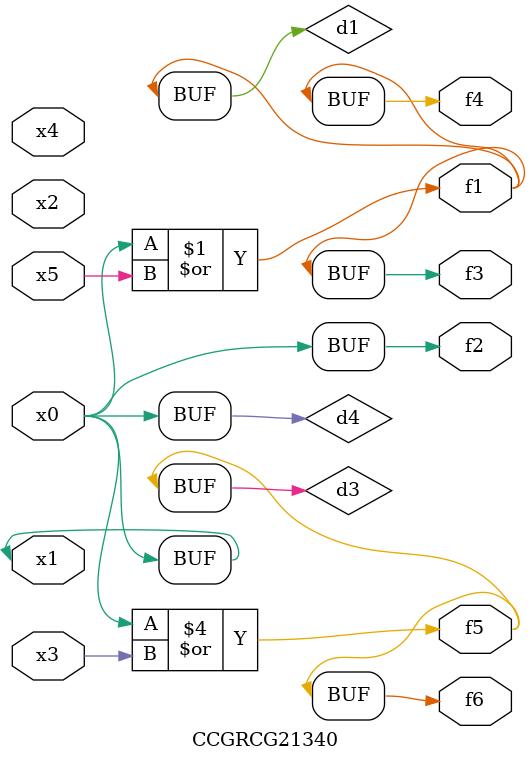
<source format=v>
module CCGRCG21340(
	input x0, x1, x2, x3, x4, x5,
	output f1, f2, f3, f4, f5, f6
);

	wire d1, d2, d3, d4;

	or (d1, x0, x5);
	xnor (d2, x1, x4);
	or (d3, x0, x3);
	buf (d4, x0, x1);
	assign f1 = d1;
	assign f2 = d4;
	assign f3 = d1;
	assign f4 = d1;
	assign f5 = d3;
	assign f6 = d3;
endmodule

</source>
